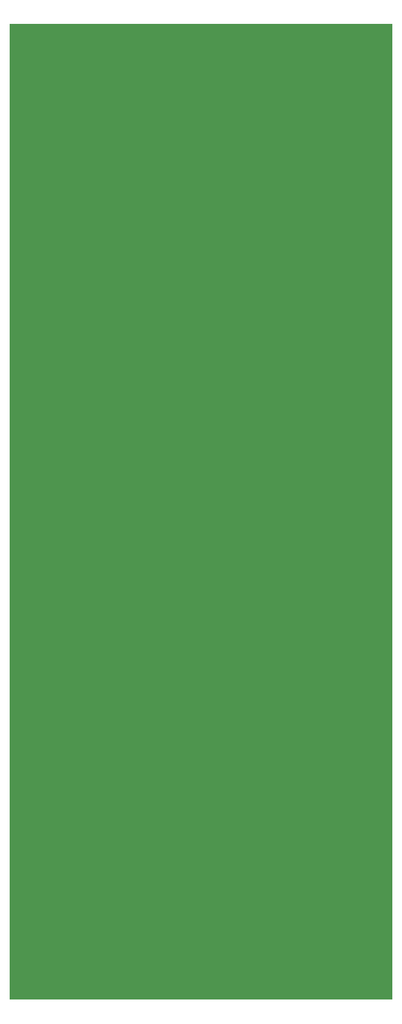
<source format=gbl>
G04 Layer_Physical_Order=2*
G04 Layer_Color=16711680*
%FSLAX43Y43*%
%MOMM*%
G71*
G01*
G75*
%ADD11R,50.292X127.991*%
%ADD12C,6.200*%
%ADD13C,2.100*%
%ADD14C,7.300*%
%ADD15C,1.524*%
D11*
X100000Y164249D02*
D03*
D12*
X105000Y164000D02*
D03*
X95000D02*
D03*
X110000Y152000D02*
D03*
X90000D02*
D03*
Y113000D02*
D03*
X110000D02*
D03*
X90000Y126000D02*
D03*
X110000D02*
D03*
X90000Y139000D02*
D03*
X110000Y139000D02*
D03*
D13*
X112000Y178000D02*
D03*
X88000D02*
D03*
X112000Y202000D02*
D03*
X88000D02*
D03*
D14*
X112000Y184000D02*
D03*
X88000D02*
D03*
X112000Y208000D02*
D03*
X88000D02*
D03*
D15*
X120320Y225500D02*
D03*
X79680D02*
D03*
Y103000D02*
D03*
X120320D02*
D03*
M02*

</source>
